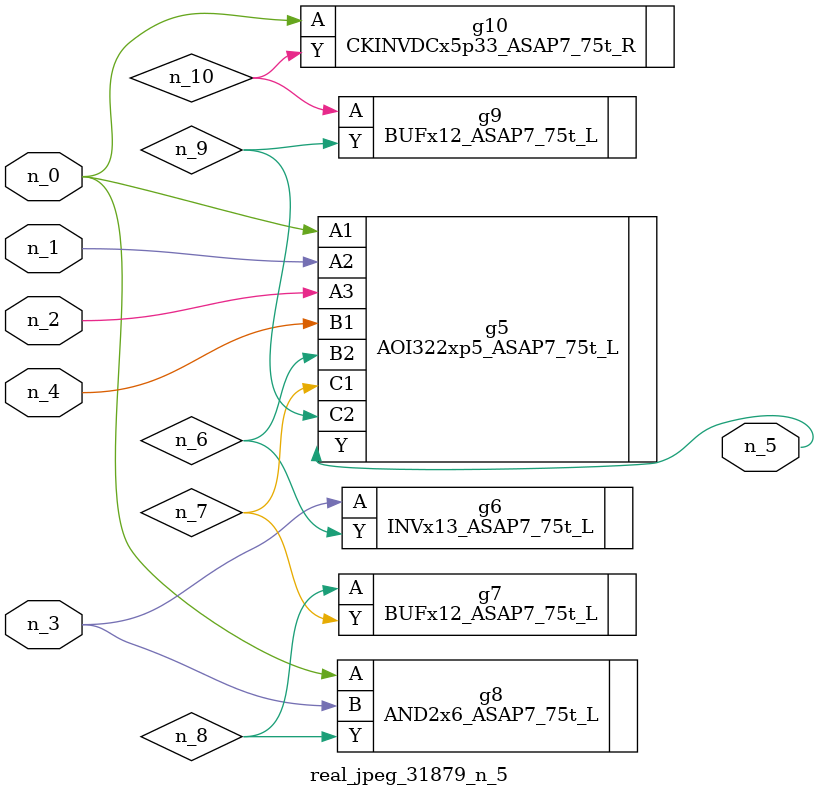
<source format=v>
module real_jpeg_31879_n_5 (n_4, n_0, n_1, n_2, n_3, n_5);

input n_4;
input n_0;
input n_1;
input n_2;
input n_3;

output n_5;

wire n_8;
wire n_6;
wire n_7;
wire n_10;
wire n_9;

AOI322xp5_ASAP7_75t_L g5 ( 
.A1(n_0),
.A2(n_1),
.A3(n_2),
.B1(n_4),
.B2(n_6),
.C1(n_7),
.C2(n_9),
.Y(n_5)
);

AND2x6_ASAP7_75t_L g8 ( 
.A(n_0),
.B(n_3),
.Y(n_8)
);

CKINVDCx5p33_ASAP7_75t_R g10 ( 
.A(n_0),
.Y(n_10)
);

INVx13_ASAP7_75t_L g6 ( 
.A(n_3),
.Y(n_6)
);

BUFx12_ASAP7_75t_L g7 ( 
.A(n_8),
.Y(n_7)
);

BUFx12_ASAP7_75t_L g9 ( 
.A(n_10),
.Y(n_9)
);


endmodule
</source>
